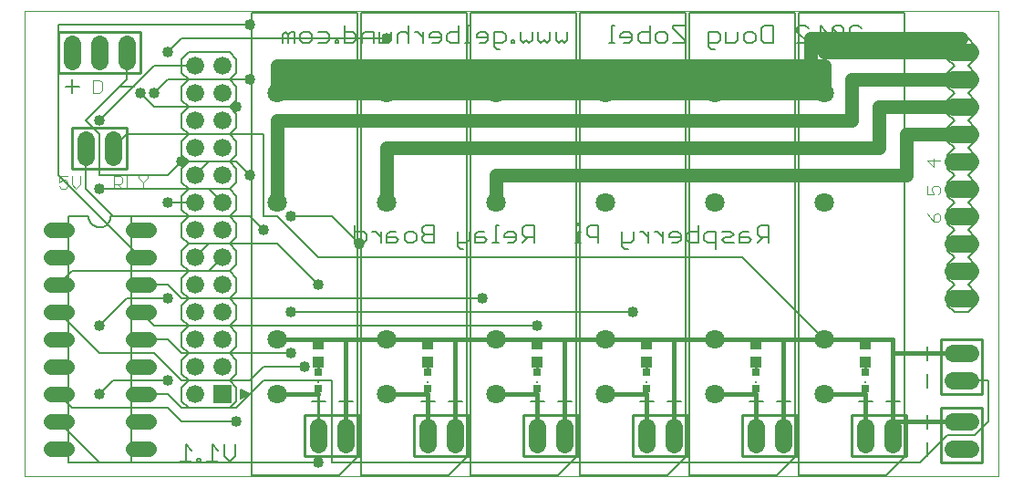
<source format=gtl>
G75*
G70*
%OFA0B0*%
%FSLAX24Y24*%
%IPPOS*%
%LPD*%
%AMOC8*
5,1,8,0,0,1.08239X$1,22.5*
%
%ADD10C,0.0000*%
%ADD11C,0.0060*%
%ADD12C,0.0560*%
%ADD13C,0.0100*%
%ADD14C,0.0634*%
%ADD15C,0.0050*%
%ADD16C,0.0040*%
%ADD17C,0.0080*%
%ADD18R,0.0660X0.0660*%
%ADD19C,0.0660*%
%ADD20R,0.0100X0.0200*%
%ADD21R,0.0050X0.0150*%
%ADD22R,0.0100X0.0100*%
%ADD23C,0.0712*%
%ADD24C,0.0640*%
%ADD25R,0.0433X0.0394*%
%ADD26R,0.0315X0.0315*%
%ADD27R,0.0098X0.0098*%
%ADD28C,0.0400*%
%ADD29C,0.0160*%
%ADD30C,0.0500*%
D10*
X000100Y000133D02*
X000100Y017129D01*
X035720Y017129D01*
X035720Y000133D01*
X000100Y000133D01*
D11*
X001700Y000633D02*
X004000Y000633D01*
X004000Y009633D01*
X003250Y009633D01*
X003248Y009594D01*
X003242Y009555D01*
X003233Y009517D01*
X003220Y009480D01*
X003203Y009444D01*
X003183Y009411D01*
X003159Y009379D01*
X003133Y009350D01*
X003104Y009324D01*
X003072Y009300D01*
X003039Y009280D01*
X003003Y009263D01*
X002966Y009250D01*
X002928Y009241D01*
X002889Y009235D01*
X002850Y009233D01*
X002811Y009235D01*
X002772Y009241D01*
X002734Y009250D01*
X002697Y009263D01*
X002661Y009280D01*
X002628Y009300D01*
X002596Y009324D01*
X002567Y009350D01*
X002541Y009379D01*
X002517Y009411D01*
X002497Y009444D01*
X002480Y009480D01*
X002467Y009517D01*
X002458Y009555D01*
X002452Y009594D01*
X002450Y009633D01*
X001700Y009633D01*
X001700Y000633D01*
X005782Y000663D02*
X006209Y000663D01*
X005995Y000663D02*
X005995Y001304D01*
X006209Y001090D01*
X006424Y000770D02*
X006424Y000663D01*
X006531Y000663D01*
X006531Y000770D01*
X006424Y000770D01*
X006748Y000663D02*
X007175Y000663D01*
X006962Y000663D02*
X006962Y001304D01*
X007175Y001090D01*
X007393Y000877D02*
X007393Y001304D01*
X007820Y001304D02*
X007820Y000877D01*
X007606Y000663D01*
X007393Y000877D01*
X015936Y008557D02*
X016042Y008450D01*
X016149Y008450D01*
X015936Y008557D02*
X015936Y009090D01*
X016363Y009090D02*
X016363Y008770D01*
X016256Y008663D01*
X015936Y008663D01*
X016580Y008663D02*
X016580Y008984D01*
X016687Y009090D01*
X016900Y009090D01*
X016900Y008877D02*
X016580Y008877D01*
X016580Y008663D02*
X016900Y008663D01*
X017007Y008770D01*
X016900Y008877D01*
X017223Y008663D02*
X017437Y008663D01*
X017330Y008663D02*
X017330Y009304D01*
X017437Y009304D01*
X017654Y008984D02*
X017654Y008877D01*
X018081Y008877D01*
X018081Y008984D02*
X017975Y009090D01*
X017761Y009090D01*
X017654Y008984D01*
X018081Y008984D02*
X018081Y008770D01*
X017975Y008663D01*
X017761Y008663D01*
X018299Y008663D02*
X018512Y008877D01*
X018406Y008877D02*
X018726Y008877D01*
X018726Y008663D02*
X018726Y009304D01*
X018406Y009304D01*
X018299Y009197D01*
X018299Y008984D01*
X018406Y008877D01*
X020231Y008663D02*
X020445Y008663D01*
X020338Y008663D02*
X020338Y009090D01*
X020445Y009090D01*
X020338Y009304D02*
X020338Y009411D01*
X020662Y009197D02*
X020662Y008984D01*
X020769Y008877D01*
X021089Y008877D01*
X021089Y008663D02*
X021089Y009304D01*
X020769Y009304D01*
X020662Y009197D01*
X021951Y009090D02*
X021951Y008557D01*
X022058Y008450D01*
X022165Y008450D01*
X022272Y008663D02*
X021951Y008663D01*
X022272Y008663D02*
X022378Y008770D01*
X022378Y009090D01*
X022595Y009090D02*
X022702Y009090D01*
X022916Y008877D01*
X022916Y009090D02*
X022916Y008663D01*
X023132Y009090D02*
X023239Y009090D01*
X023453Y008877D01*
X023453Y009090D02*
X023453Y008663D01*
X023670Y008877D02*
X024097Y008877D01*
X024097Y008770D02*
X024097Y008984D01*
X023990Y009090D01*
X023777Y009090D01*
X023670Y008984D01*
X023670Y008877D01*
X023777Y008663D02*
X023990Y008663D01*
X024097Y008770D01*
X024315Y008770D02*
X024315Y008984D01*
X024422Y009090D01*
X024742Y009090D01*
X024742Y009304D02*
X024742Y008663D01*
X024422Y008663D01*
X024315Y008770D01*
X024959Y008770D02*
X024959Y008984D01*
X025066Y009090D01*
X025386Y009090D01*
X025386Y008450D01*
X025386Y008663D02*
X025066Y008663D01*
X024959Y008770D01*
X025604Y008770D02*
X025711Y008877D01*
X025924Y008877D01*
X026031Y008984D01*
X025924Y009090D01*
X025604Y009090D01*
X026248Y008984D02*
X026248Y008663D01*
X026569Y008663D01*
X026675Y008770D01*
X026569Y008877D01*
X026248Y008877D01*
X026248Y008984D02*
X026355Y009090D01*
X026569Y009090D01*
X026893Y008984D02*
X026893Y009197D01*
X027000Y009304D01*
X027320Y009304D01*
X027320Y008663D01*
X027320Y008877D02*
X027000Y008877D01*
X026893Y008984D01*
X027106Y008877D02*
X026893Y008663D01*
X026031Y008663D02*
X025711Y008663D01*
X025604Y008770D01*
X033850Y008883D02*
X033850Y008383D01*
X034100Y008133D01*
X033850Y007883D01*
X033850Y007383D01*
X034100Y007133D01*
X033850Y006883D01*
X033850Y006383D01*
X034100Y006133D01*
X034600Y006133D01*
X034850Y006383D01*
X034850Y006883D01*
X034600Y007133D01*
X034850Y007383D01*
X034850Y007883D01*
X034600Y008133D01*
X034850Y008383D01*
X034850Y008883D01*
X034600Y009133D01*
X034850Y009383D01*
X034850Y009883D01*
X034600Y010133D01*
X034850Y010383D01*
X034850Y010883D01*
X034600Y011133D01*
X034850Y011383D01*
X034850Y011883D01*
X034600Y012133D01*
X034850Y012383D01*
X034850Y012883D01*
X034600Y013133D01*
X034850Y013383D01*
X034850Y013883D01*
X034600Y014133D01*
X034850Y014383D01*
X034850Y014883D01*
X034600Y015133D01*
X034850Y015383D01*
X034850Y015883D01*
X034600Y016133D01*
X034100Y016133D01*
X033850Y015883D01*
X033850Y015383D01*
X034100Y015133D01*
X033850Y014883D01*
X033850Y014383D01*
X034100Y014133D01*
X033850Y013883D01*
X033850Y013383D01*
X034100Y013133D01*
X033850Y012883D01*
X033850Y012383D01*
X034100Y012133D01*
X033850Y011883D01*
X033850Y011383D01*
X034100Y011133D01*
X033850Y010883D01*
X033850Y010383D01*
X034100Y010133D01*
X033850Y009883D01*
X033850Y009383D01*
X034100Y009133D01*
X033850Y008883D01*
X030914Y015857D02*
X030914Y016284D01*
X031127Y016284D01*
X031127Y016177D02*
X030914Y016177D01*
X030698Y015963D02*
X030271Y015963D01*
X030053Y016070D02*
X029626Y016497D01*
X029626Y016070D01*
X029733Y015963D01*
X029946Y015963D01*
X030053Y016070D01*
X030053Y016497D01*
X029946Y016604D01*
X029733Y016604D01*
X029626Y016497D01*
X029409Y016390D02*
X029195Y016604D01*
X029195Y015963D01*
X029409Y015963D02*
X028981Y015963D01*
X028764Y015963D02*
X028337Y016390D01*
X028337Y016497D01*
X028444Y016604D01*
X028657Y016604D01*
X028764Y016497D01*
X028764Y015963D02*
X028337Y015963D01*
X027475Y015963D02*
X027155Y015963D01*
X027048Y016070D01*
X027048Y016497D01*
X027155Y016604D01*
X027475Y016604D01*
X027475Y015963D01*
X026830Y016070D02*
X026830Y016284D01*
X026724Y016390D01*
X026510Y016390D01*
X026403Y016284D01*
X026403Y016070D01*
X026510Y015963D01*
X026724Y015963D01*
X026830Y016070D01*
X026186Y016070D02*
X026079Y015963D01*
X025759Y015963D01*
X025759Y016390D01*
X025541Y016284D02*
X025541Y016070D01*
X025434Y015963D01*
X025114Y015963D01*
X025114Y015857D02*
X025114Y016390D01*
X025434Y016390D01*
X025541Y016284D01*
X026186Y016390D02*
X026186Y016070D01*
X025328Y015750D02*
X025221Y015750D01*
X025114Y015857D01*
X024252Y015963D02*
X024252Y016070D01*
X023825Y016497D01*
X023825Y016604D01*
X024252Y016604D01*
X023608Y016284D02*
X023608Y016070D01*
X023501Y015963D01*
X023287Y015963D01*
X023181Y016070D01*
X023181Y016284D01*
X023287Y016390D01*
X023501Y016390D01*
X023608Y016284D01*
X023825Y015963D02*
X024252Y015963D01*
X022963Y015963D02*
X022963Y016604D01*
X022963Y016390D02*
X022643Y016390D01*
X022536Y016284D01*
X022536Y016070D01*
X022643Y015963D01*
X022963Y015963D01*
X022318Y016070D02*
X022318Y016284D01*
X022212Y016390D01*
X021998Y016390D01*
X021891Y016284D01*
X021891Y016177D01*
X022318Y016177D01*
X022318Y016070D02*
X022212Y015963D01*
X021998Y015963D01*
X021674Y015963D02*
X021460Y015963D01*
X021567Y015963D02*
X021567Y016604D01*
X021674Y016604D01*
X019955Y016390D02*
X019955Y016070D01*
X019848Y015963D01*
X019742Y016070D01*
X019635Y015963D01*
X019528Y016070D01*
X019528Y016390D01*
X019311Y016390D02*
X019311Y016070D01*
X019204Y015963D01*
X019097Y016070D01*
X018990Y015963D01*
X018884Y016070D01*
X018884Y016390D01*
X018666Y016390D02*
X018666Y016070D01*
X018559Y015963D01*
X018452Y016070D01*
X018346Y015963D01*
X018239Y016070D01*
X018239Y016390D01*
X018021Y016070D02*
X017915Y016070D01*
X017915Y015963D01*
X018021Y015963D01*
X018021Y016070D01*
X017699Y016070D02*
X017699Y016284D01*
X017592Y016390D01*
X017272Y016390D01*
X017272Y015857D01*
X017379Y015750D01*
X017486Y015750D01*
X017592Y015963D02*
X017272Y015963D01*
X017055Y016070D02*
X017055Y016284D01*
X016948Y016390D01*
X016734Y016390D01*
X016628Y016284D01*
X016628Y016177D01*
X017055Y016177D01*
X017055Y016070D02*
X016948Y015963D01*
X016734Y015963D01*
X016410Y015963D02*
X016197Y015963D01*
X016303Y015963D02*
X016303Y016604D01*
X016410Y016604D01*
X015980Y016604D02*
X015980Y015963D01*
X015660Y015963D01*
X015553Y016070D01*
X015553Y016284D01*
X015660Y016390D01*
X015980Y016390D01*
X015336Y016284D02*
X015336Y016070D01*
X015229Y015963D01*
X015016Y015963D01*
X014909Y016177D02*
X015336Y016177D01*
X015336Y016284D02*
X015229Y016390D01*
X015016Y016390D01*
X014909Y016284D01*
X014909Y016177D01*
X014691Y016177D02*
X014478Y016390D01*
X014371Y016390D01*
X014154Y016284D02*
X014047Y016390D01*
X013834Y016390D01*
X013727Y016284D01*
X013727Y015963D01*
X013510Y016070D02*
X013403Y015963D01*
X013083Y015963D01*
X013083Y016390D01*
X012865Y016390D02*
X012545Y016390D01*
X012438Y016284D01*
X012438Y015963D01*
X012221Y016070D02*
X012221Y016284D01*
X012114Y016390D01*
X011793Y016390D01*
X011576Y016070D02*
X011469Y016070D01*
X011469Y015963D01*
X011576Y015963D01*
X011576Y016070D01*
X011793Y015963D02*
X012114Y015963D01*
X012221Y016070D01*
X011793Y015963D02*
X011793Y016604D01*
X011254Y016284D02*
X011147Y016390D01*
X010827Y016390D01*
X010609Y016284D02*
X010609Y016070D01*
X010502Y015963D01*
X010289Y015963D01*
X010182Y016070D01*
X010182Y016284D01*
X010289Y016390D01*
X010502Y016390D01*
X010609Y016284D01*
X010827Y015963D02*
X011147Y015963D01*
X011254Y016070D01*
X011254Y016284D01*
X009965Y016390D02*
X009965Y015963D01*
X009751Y015963D02*
X009751Y016284D01*
X009644Y016390D01*
X009538Y016284D01*
X009538Y015963D01*
X009751Y016284D02*
X009858Y016390D01*
X009965Y016390D01*
X012865Y016390D02*
X012865Y015963D01*
X013510Y016070D02*
X013510Y016390D01*
X014154Y016604D02*
X014154Y015963D01*
X014691Y015963D02*
X014691Y016390D01*
X017592Y015963D02*
X017699Y016070D01*
X030271Y016390D02*
X030271Y016497D01*
X030377Y016604D01*
X030591Y016604D01*
X030698Y016497D01*
X030271Y016390D02*
X030698Y015963D01*
X015074Y009304D02*
X015074Y008663D01*
X014753Y008663D01*
X014647Y008770D01*
X014647Y008877D01*
X014753Y008984D01*
X014647Y009090D01*
X014647Y009197D01*
X014753Y009304D01*
X015074Y009304D01*
X015074Y008984D02*
X014753Y008984D01*
X014429Y008984D02*
X014429Y008770D01*
X014322Y008663D01*
X014109Y008663D01*
X014002Y008770D01*
X014002Y008984D01*
X014109Y009090D01*
X014322Y009090D01*
X014429Y008984D01*
X013784Y008770D02*
X013678Y008877D01*
X013357Y008877D01*
X013357Y008984D02*
X013357Y008663D01*
X013678Y008663D01*
X013784Y008770D01*
X013678Y009090D02*
X013464Y009090D01*
X013357Y008984D01*
X013140Y009090D02*
X013140Y008663D01*
X013140Y008877D02*
X012926Y009090D01*
X012820Y009090D01*
X012603Y008984D02*
X012496Y009090D01*
X012176Y009090D01*
X012176Y009304D02*
X012176Y008663D01*
X012496Y008663D01*
X012603Y008770D01*
X012603Y008984D01*
D12*
X004630Y009133D02*
X004070Y009133D01*
X004070Y008133D02*
X004630Y008133D01*
X004630Y007133D02*
X004070Y007133D01*
X004070Y006133D02*
X004630Y006133D01*
X004630Y005133D02*
X004070Y005133D01*
X004070Y004133D02*
X004630Y004133D01*
X004630Y003133D02*
X004070Y003133D01*
X004070Y002133D02*
X004630Y002133D01*
X004630Y001133D02*
X004070Y001133D01*
X001630Y001133D02*
X001070Y001133D01*
X001070Y002133D02*
X001630Y002133D01*
X001630Y003133D02*
X001070Y003133D01*
X001070Y004133D02*
X001630Y004133D01*
X001630Y005133D02*
X001070Y005133D01*
X001070Y006133D02*
X001630Y006133D01*
X001630Y007133D02*
X001070Y007133D01*
X001070Y008133D02*
X001630Y008133D01*
X001630Y009133D02*
X001070Y009133D01*
D13*
X001850Y011383D02*
X001850Y012883D01*
X003850Y012883D01*
X003850Y011383D01*
X001850Y011383D01*
X001350Y014883D02*
X001350Y016383D01*
X004350Y016383D01*
X004350Y014883D01*
X001350Y014883D01*
X014850Y005133D02*
X014850Y004968D01*
X014850Y004299D02*
X014850Y003929D01*
X014850Y003338D02*
X014850Y003133D01*
X014350Y002383D02*
X016350Y002383D01*
X016350Y000883D01*
X014350Y000883D01*
X014350Y002383D01*
X012350Y002383D02*
X012350Y000883D01*
X010350Y000883D01*
X010350Y002383D01*
X012350Y002383D01*
X010850Y001633D02*
X010850Y003133D01*
X010850Y003338D01*
X010850Y003929D02*
X010850Y004299D01*
X018350Y002383D02*
X018350Y000883D01*
X020350Y000883D01*
X020350Y002383D01*
X018350Y002383D01*
X018850Y003133D02*
X018850Y003338D01*
X018850Y003929D02*
X018850Y004299D01*
X018850Y004968D02*
X018850Y005133D01*
X022850Y005133D02*
X022850Y004968D01*
X022850Y004299D02*
X022850Y003929D01*
X022850Y003338D02*
X022850Y003133D01*
X022350Y002383D02*
X024350Y002383D01*
X024350Y000883D01*
X022350Y000883D01*
X022350Y002383D01*
X026350Y002383D02*
X026350Y000883D01*
X028350Y000883D01*
X028350Y002383D01*
X026350Y002383D01*
X026850Y003133D02*
X026850Y003338D01*
X026850Y003929D02*
X026850Y004299D01*
X026850Y004968D02*
X026850Y005133D01*
X030850Y005133D02*
X030850Y004968D01*
X030850Y004299D02*
X030850Y003929D01*
X030850Y003338D02*
X030850Y003133D01*
X030350Y002383D02*
X032350Y002383D01*
X032350Y000883D01*
X030350Y000883D01*
X030350Y002383D01*
X033600Y002633D02*
X035100Y002633D01*
X035100Y000633D01*
X033600Y000633D01*
X033600Y002633D01*
X033600Y003133D02*
X033600Y005133D01*
X035100Y005133D01*
X035100Y003133D01*
X033600Y003133D01*
D14*
X034033Y003633D02*
X034667Y003633D01*
X034667Y004633D02*
X034033Y004633D01*
X034033Y002133D02*
X034667Y002133D01*
X034667Y001133D02*
X034033Y001133D01*
X031850Y001316D02*
X031850Y001950D01*
X030850Y001950D02*
X030850Y001316D01*
X027850Y001316D02*
X027850Y001950D01*
X026850Y001950D02*
X026850Y001316D01*
X023850Y001316D02*
X023850Y001950D01*
X022850Y001950D02*
X022850Y001316D01*
X019850Y001316D02*
X019850Y001950D01*
X018850Y001950D02*
X018850Y001316D01*
X015850Y001316D02*
X015850Y001950D01*
X014850Y001950D02*
X014850Y001316D01*
X011850Y001316D02*
X011850Y001950D01*
X010850Y001950D02*
X010850Y001316D01*
X003350Y011816D02*
X003350Y012450D01*
X002350Y012450D02*
X002350Y011816D01*
X001850Y015316D02*
X001850Y015950D01*
X002850Y015950D02*
X002850Y015316D01*
X003850Y015316D02*
X003850Y015950D01*
D15*
X001850Y014633D02*
X001850Y014133D01*
X001600Y014383D02*
X002100Y014383D01*
X003600Y014383D02*
X004100Y014383D01*
X011850Y003133D02*
X011850Y002633D01*
X012100Y002883D02*
X011600Y002883D01*
X011100Y002883D02*
X010600Y002883D01*
X014600Y002883D02*
X015100Y002883D01*
X015600Y002883D02*
X016100Y002883D01*
X015850Y002633D02*
X015850Y003133D01*
X018600Y002883D02*
X019100Y002883D01*
X019600Y002883D02*
X020100Y002883D01*
X019850Y002633D02*
X019850Y003133D01*
X022600Y002883D02*
X023100Y002883D01*
X023600Y002883D02*
X024100Y002883D01*
X023850Y002633D02*
X023850Y003133D01*
X026600Y002883D02*
X027100Y002883D01*
X027600Y002883D02*
X028100Y002883D01*
X027850Y002633D02*
X027850Y003133D01*
X030600Y002883D02*
X031100Y002883D01*
X031600Y002883D02*
X032100Y002883D01*
X031850Y002633D02*
X031850Y003133D01*
X033100Y003383D02*
X033100Y003883D01*
X033100Y004383D02*
X033100Y004883D01*
X033350Y004633D02*
X032850Y004633D01*
X033100Y002383D02*
X033100Y001883D01*
X033350Y002133D02*
X032850Y002133D01*
X033100Y001383D02*
X033100Y000883D01*
D16*
X033350Y009443D02*
X033350Y009673D01*
X033427Y009750D01*
X033503Y009750D01*
X033580Y009673D01*
X033580Y009520D01*
X033503Y009443D01*
X033350Y009443D01*
X033196Y009596D01*
X033120Y009750D01*
X033120Y010443D02*
X033350Y010443D01*
X033273Y010596D01*
X033273Y010673D01*
X033350Y010750D01*
X033503Y010750D01*
X033580Y010673D01*
X033580Y010520D01*
X033503Y010443D01*
X033120Y010443D02*
X033120Y010750D01*
X033350Y011443D02*
X033350Y011750D01*
X033580Y011673D02*
X033120Y011673D01*
X033350Y011443D01*
X033503Y012443D02*
X033580Y012520D01*
X033580Y012673D01*
X033503Y012750D01*
X033427Y012750D01*
X033350Y012673D01*
X033350Y012596D01*
X033350Y012673D02*
X033273Y012750D01*
X033196Y012750D01*
X033120Y012673D01*
X033120Y012520D01*
X033196Y012443D01*
X033196Y013443D02*
X033120Y013520D01*
X033120Y013673D01*
X033196Y013750D01*
X033273Y013750D01*
X033580Y013443D01*
X033580Y013750D01*
X033580Y014443D02*
X033580Y014750D01*
X033580Y014596D02*
X033120Y014596D01*
X033273Y014443D01*
X033350Y015443D02*
X033350Y015750D01*
X033120Y015750D02*
X033580Y015750D01*
X033580Y015443D02*
X033120Y015443D01*
X004598Y011114D02*
X004598Y011037D01*
X004444Y010884D01*
X004444Y010653D01*
X004137Y010653D02*
X003830Y010653D01*
X003830Y011114D01*
X003677Y011037D02*
X003600Y011114D01*
X003370Y011114D01*
X003370Y010653D01*
X003370Y010807D02*
X003600Y010807D01*
X003677Y010884D01*
X003677Y011037D01*
X003523Y010807D02*
X003677Y010653D01*
X004291Y011037D02*
X004444Y010884D01*
X004291Y011037D02*
X004291Y011114D01*
X002137Y011114D02*
X002137Y010807D01*
X001984Y010653D01*
X001830Y010807D01*
X001830Y011114D01*
X001677Y011114D02*
X001370Y011114D01*
X001370Y010884D01*
X001523Y010960D01*
X001600Y010960D01*
X001677Y010884D01*
X001677Y010730D01*
X001600Y010653D01*
X001447Y010653D01*
X001370Y010730D01*
X002620Y014153D02*
X002850Y014153D01*
X002927Y014230D01*
X002927Y014537D01*
X002850Y014614D01*
X002620Y014614D01*
X002620Y014153D01*
D17*
X002350Y013133D02*
X003850Y014633D01*
X003850Y015633D01*
X004850Y015133D02*
X006350Y015133D01*
X006100Y014633D02*
X005850Y014883D01*
X005850Y015383D01*
X006100Y015633D01*
X007600Y015633D01*
X007850Y015383D01*
X007850Y014883D01*
X007600Y014633D01*
X006100Y014633D01*
X005850Y014383D01*
X005850Y013883D01*
X006100Y013633D01*
X007600Y013633D01*
X007850Y013383D01*
X007850Y012883D01*
X007600Y012633D01*
X006100Y012633D01*
X005850Y012883D01*
X005850Y013383D01*
X006100Y013633D01*
X004850Y013633D02*
X007850Y013633D01*
X007600Y013633D02*
X007850Y013883D01*
X007850Y014383D01*
X007600Y014633D01*
X008350Y014633D02*
X005350Y014633D01*
X004850Y014133D01*
X004850Y013633D02*
X004350Y014133D01*
X004850Y015133D02*
X002850Y013133D01*
X002850Y012633D02*
X002350Y013133D01*
X002850Y012633D02*
X002850Y011133D01*
X005350Y011133D01*
X005850Y011633D01*
X005850Y011383D02*
X006100Y011633D01*
X007600Y011633D01*
X007850Y011383D01*
X007850Y010883D01*
X007600Y010633D01*
X006100Y010633D01*
X005850Y010883D01*
X005850Y011383D01*
X006350Y011133D02*
X006850Y011633D01*
X007850Y011633D01*
X008350Y011133D01*
X007600Y010633D02*
X007850Y010383D01*
X007850Y009883D01*
X007600Y009633D01*
X006100Y009633D01*
X005850Y009883D01*
X005850Y010383D01*
X006100Y010633D01*
X006350Y010133D02*
X005350Y010133D01*
X005850Y009383D02*
X006100Y009633D01*
X005850Y009383D02*
X005850Y008883D01*
X006100Y008633D01*
X005850Y008383D01*
X005850Y007883D01*
X006100Y007633D01*
X007600Y007633D01*
X007850Y007883D01*
X007850Y008383D01*
X007600Y008633D01*
X006100Y008633D01*
X006350Y008133D02*
X006850Y008633D01*
X009350Y008633D01*
X010850Y007133D01*
X010850Y008133D02*
X009350Y009633D01*
X008850Y009633D01*
X008850Y012633D01*
X003850Y012633D01*
X003350Y012133D01*
X002350Y012133D02*
X002350Y010633D01*
X003350Y009633D01*
X008350Y009633D01*
X008850Y009133D01*
X007850Y008883D02*
X007600Y008633D01*
X007850Y008883D02*
X007850Y009383D01*
X007600Y009633D01*
X007350Y010133D02*
X006850Y010633D01*
X002850Y010633D01*
X001350Y011133D02*
X001350Y016633D01*
X008350Y016633D01*
X008421Y017090D02*
X012279Y017090D01*
X012279Y000846D01*
X011610Y000177D01*
X008421Y000177D01*
X008421Y017090D01*
X005850Y016133D02*
X013350Y016133D01*
X012421Y017090D02*
X016279Y017090D01*
X016279Y000846D01*
X015610Y000177D01*
X012421Y000177D01*
X012421Y017090D01*
X016421Y017090D02*
X020279Y017090D01*
X020279Y000846D01*
X019610Y000177D01*
X016421Y000177D01*
X016421Y017090D01*
X020421Y017090D02*
X024279Y017090D01*
X024279Y000846D01*
X023610Y000177D01*
X020421Y000177D01*
X020421Y017090D01*
X024421Y017090D02*
X028279Y017090D01*
X028279Y000846D01*
X027610Y000177D01*
X024421Y000177D01*
X024421Y017090D01*
X028421Y017090D02*
X032279Y017090D01*
X032279Y000846D01*
X031610Y000177D01*
X028421Y000177D01*
X028421Y017090D01*
X012350Y008633D02*
X011350Y009633D01*
X009850Y009633D01*
X010850Y008133D02*
X026350Y008133D01*
X029350Y005133D01*
X034350Y003633D02*
X035350Y003633D01*
X035350Y002133D01*
X034850Y001633D01*
X033850Y001633D01*
X032850Y000633D01*
X011350Y000633D01*
X011350Y003633D01*
X008850Y003633D01*
X007850Y002633D01*
X005850Y002633D01*
X005350Y003133D01*
X004350Y003133D01*
X005350Y002633D02*
X005850Y002133D01*
X007850Y002133D01*
X007600Y002633D02*
X006100Y002633D01*
X005850Y002883D01*
X005850Y003383D01*
X006100Y003633D01*
X007600Y003633D01*
X007850Y003883D01*
X007850Y004383D01*
X007600Y004633D01*
X006100Y004633D01*
X005850Y004883D01*
X005850Y005383D01*
X006100Y005633D01*
X007600Y005633D01*
X007850Y005883D01*
X007850Y006383D01*
X007600Y006633D01*
X006100Y006633D01*
X005850Y006883D01*
X005850Y007383D01*
X006100Y007633D01*
X006850Y007633D02*
X007350Y008133D01*
X007600Y007633D02*
X007850Y007383D01*
X007850Y006883D01*
X007600Y006633D01*
X006100Y006633D02*
X005850Y006383D01*
X005850Y005883D01*
X006100Y005633D01*
X005350Y005133D02*
X005850Y004633D01*
X009850Y004633D01*
X010350Y004133D02*
X008850Y004133D01*
X008350Y003633D01*
X005850Y003633D01*
X004850Y004633D01*
X002850Y004633D01*
X001350Y006133D01*
X002850Y005633D02*
X003850Y006633D01*
X005350Y006633D01*
X005850Y006633D02*
X016850Y006633D01*
X018850Y005633D02*
X004850Y005633D01*
X004350Y006133D01*
X005350Y007133D02*
X005850Y006633D01*
X005350Y007133D02*
X004350Y007133D01*
X004350Y008133D02*
X001350Y011133D01*
X005850Y011883D02*
X006100Y011633D01*
X005850Y011883D02*
X005850Y012383D01*
X006100Y012633D01*
X007600Y012633D02*
X007850Y012383D01*
X007850Y011883D01*
X007600Y011633D01*
X006850Y007633D02*
X001850Y007633D01*
X001350Y007133D01*
X004350Y005133D02*
X005350Y005133D01*
X005850Y004383D02*
X006100Y004633D01*
X005850Y004383D02*
X005850Y003883D01*
X006100Y003633D01*
X005350Y003633D02*
X003350Y003633D01*
X002850Y003133D01*
X001850Y002633D02*
X005350Y002633D01*
X007600Y002633D02*
X007850Y002883D01*
X007850Y003383D01*
X007600Y003633D01*
X008020Y003303D02*
X008350Y003133D01*
X008250Y003133D01*
X008350Y003133D02*
X008020Y002963D01*
X008020Y003303D01*
X007600Y004633D02*
X007850Y004883D01*
X007850Y005383D01*
X007600Y005633D01*
X009850Y006133D02*
X022350Y006133D01*
X010850Y005133D02*
X010850Y004968D01*
X010850Y000633D02*
X002850Y000633D01*
X001350Y002133D01*
X001850Y002633D02*
X001350Y003133D01*
X005350Y015633D02*
X005850Y016133D01*
D18*
X007350Y003133D03*
D19*
X006350Y003133D03*
X006350Y004133D03*
X007350Y004133D03*
X007350Y005133D03*
X006350Y005133D03*
X006350Y006133D03*
X007350Y006133D03*
X007350Y007133D03*
X006350Y007133D03*
X006350Y008133D03*
X007350Y008133D03*
X007350Y009133D03*
X006350Y009133D03*
X006350Y010133D03*
X007350Y010133D03*
X007350Y011133D03*
X006350Y011133D03*
X006350Y012133D03*
X007350Y012133D03*
X007350Y013133D03*
X006350Y013133D03*
X006350Y014133D03*
X007350Y014133D03*
X007350Y015133D03*
X006350Y015133D03*
D20*
X008140Y003133D03*
D21*
X008065Y003058D03*
X008065Y003208D03*
D22*
X008220Y003133D03*
D23*
X009350Y003133D03*
X009350Y005133D03*
X013350Y005133D03*
X013350Y003133D03*
X017350Y003133D03*
X017350Y005133D03*
X021350Y005133D03*
X021350Y003133D03*
X025350Y003133D03*
X025350Y005133D03*
X029350Y005133D03*
X029350Y003133D03*
X029350Y010133D03*
X025350Y010133D03*
X021350Y010133D03*
X017350Y010133D03*
X013350Y010133D03*
X009350Y010133D03*
X009350Y014133D03*
X013350Y014133D03*
X017350Y014133D03*
X021350Y014133D03*
X025350Y014133D03*
X029350Y014133D03*
D24*
X034030Y013633D02*
X034670Y013633D01*
X034670Y012633D02*
X034030Y012633D01*
X034030Y011633D02*
X034670Y011633D01*
X034670Y010633D02*
X034030Y010633D01*
X034030Y009633D02*
X034670Y009633D01*
X034670Y008633D02*
X034030Y008633D01*
X034030Y007633D02*
X034670Y007633D01*
X034670Y006633D02*
X034030Y006633D01*
X034030Y014633D02*
X034670Y014633D01*
X034670Y015633D02*
X034030Y015633D01*
D25*
X030850Y004968D03*
X030850Y004299D03*
X026850Y004299D03*
X026850Y004968D03*
X022850Y004968D03*
X022850Y004299D03*
X018850Y004299D03*
X018850Y004968D03*
X014850Y004968D03*
X014850Y004299D03*
X010850Y004299D03*
X010850Y004968D03*
D26*
X010850Y003929D03*
X010850Y003338D03*
X014850Y003338D03*
X014850Y003929D03*
X018850Y003929D03*
X018850Y003338D03*
X022850Y003338D03*
X022850Y003929D03*
X026850Y003929D03*
X026850Y003338D03*
X030850Y003338D03*
X030850Y003929D03*
D27*
X030850Y003584D03*
X026850Y003584D03*
X022850Y003584D03*
X018850Y003584D03*
X014850Y003584D03*
X010850Y003584D03*
D28*
X010350Y004133D03*
X009850Y004633D03*
X009850Y006133D03*
X010850Y007133D03*
X012350Y008633D03*
X009850Y009633D03*
X008850Y009133D03*
X005350Y010133D03*
X002850Y010633D03*
X005850Y011633D03*
X008350Y011133D03*
X007850Y013633D03*
X008350Y014633D03*
X005350Y015633D03*
X004850Y014133D03*
X004350Y014133D03*
X002850Y013133D03*
X008350Y016633D03*
X013350Y016133D03*
X016850Y006633D03*
X018850Y005633D03*
X022350Y006133D03*
X010850Y000633D03*
X007850Y002133D03*
X005350Y003633D03*
X002850Y003133D03*
X002850Y005633D03*
X005350Y006633D03*
D29*
X009350Y005133D02*
X010850Y005133D01*
X011850Y005133D01*
X013350Y005133D01*
X014850Y005133D01*
X015850Y005133D01*
X017350Y005133D01*
X018850Y005133D01*
X019850Y005133D01*
X021350Y005133D01*
X022850Y005133D01*
X023850Y005133D01*
X025350Y005133D01*
X026850Y005133D01*
X027850Y005133D01*
X029350Y005133D01*
X030850Y005133D01*
X031850Y005133D01*
X031850Y004633D01*
X034350Y004633D01*
X031850Y004633D02*
X031850Y002133D01*
X034350Y002133D01*
X031850Y002133D02*
X031850Y001633D01*
X030850Y001633D02*
X030850Y003133D01*
X029350Y003133D01*
X026850Y003133D02*
X025350Y003133D01*
X026850Y003133D02*
X026850Y001633D01*
X027850Y001633D02*
X027850Y005133D01*
X023850Y005133D02*
X023850Y001633D01*
X022850Y001633D02*
X022850Y003133D01*
X021350Y003133D01*
X018850Y003133D02*
X017350Y003133D01*
X018850Y003133D02*
X018850Y001633D01*
X019850Y001633D02*
X019850Y005133D01*
X015850Y005133D02*
X015850Y001633D01*
X014850Y001633D02*
X014850Y003133D01*
X013350Y003133D01*
X010850Y003133D02*
X009350Y003133D01*
X011850Y001633D02*
X011850Y005133D01*
X029350Y015133D02*
X029350Y015633D01*
D30*
X029350Y016133D01*
X028850Y016133D01*
X028850Y014633D01*
X028850Y014133D01*
X029350Y014133D01*
X029350Y014633D01*
X028850Y014633D01*
X009350Y014633D01*
X009350Y015133D02*
X009350Y014133D01*
X013350Y014133D01*
X017350Y014133D01*
X021350Y014133D01*
X025350Y014133D01*
X028850Y014133D01*
X029350Y014633D02*
X029350Y015133D01*
X009350Y015133D01*
X009350Y013133D02*
X009350Y010133D01*
X013350Y010133D02*
X013350Y012133D01*
X031350Y012133D01*
X031350Y013633D01*
X034350Y013633D01*
X034350Y012633D02*
X032350Y012633D01*
X032350Y011133D01*
X017350Y011133D01*
X017350Y010133D01*
X009350Y013133D02*
X030350Y013133D01*
X030350Y014633D01*
X034350Y014633D01*
X034350Y015633D02*
X029350Y015633D01*
X029350Y016133D02*
X034350Y016133D01*
M02*

</source>
